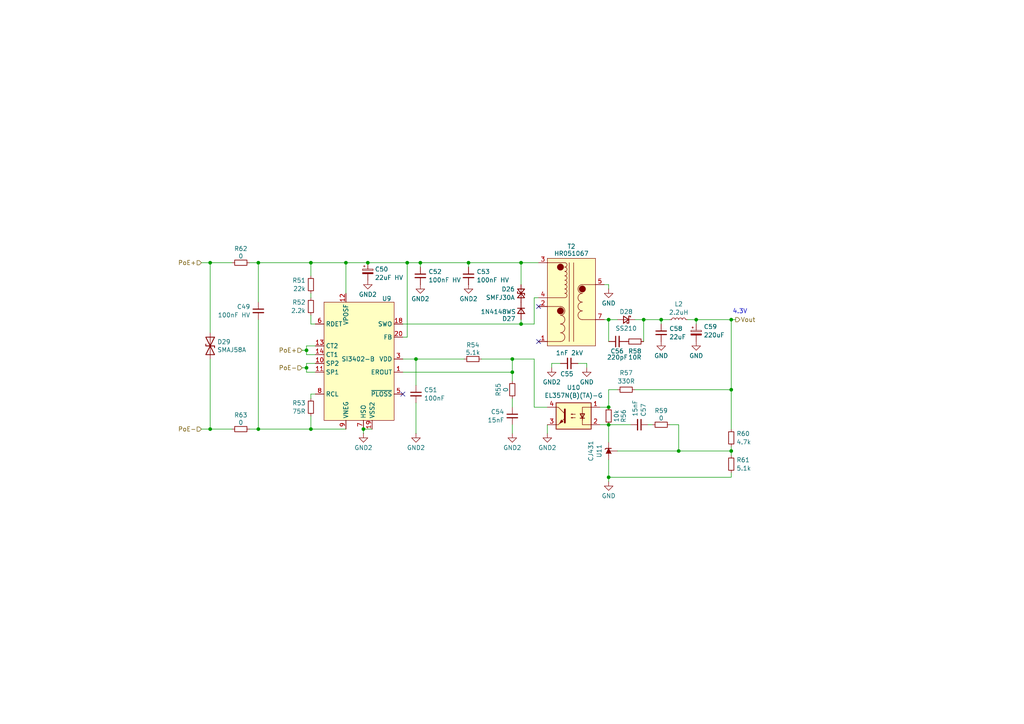
<source format=kicad_sch>
(kicad_sch (version 20231120) (generator "eeschema") (generator_version "8.0")
  (paper "A4")
  (lib_symbols
    (symbol "Device:C_Polarized_Small" (pin_numbers hide) (pin_names (offset 0.254) hide)
      (property "Reference" "C" (at 0.254 1.778 0))
      (property "Value" "C_Polarized_Small" (at 0.254 -2.032 0))
      (symbol "C_Polarized_Small_0_1"
        (rectangle (start -1.524 -0.3048) (end 1.524 -0.6858) (fill (type outline)))
        (rectangle (start -1.524 0.6858) (end 1.524 0.3048))
        (polyline (pts (xy -1.27 1.524) (xy -0.762 1.524)))
        (polyline (pts (xy -1.016 1.27) (xy -1.016 1.778)))
      )
      (symbol "C_Polarized_Small_1_1"
        (pin passive line (at 0 2.54 270) (length 1.8542) (name "~") (number "1"))
        (pin passive line (at 0 -2.54 90) (length 1.8542) (name "~") (number "2"))
      )
    )
    (symbol "Device:C_Small" (pin_numbers hide) (pin_names (offset 0.254) hide)
      (property "Reference" "C" (at 0.254 1.778 0))
      (property "Value" "C_Small" (at 0.254 -2.032 0))
      (symbol "C_Small_0_1"
        (polyline (pts (xy -1.524 -0.508) (xy 1.524 -0.508)) (stroke (width 0.3302)))
        (polyline (pts (xy -1.524 0.508) (xy 1.524 0.508)) (stroke (width 0.3048)))
      )
      (symbol "C_Small_1_1"
        (pin passive line (at 0 2.54 270) (length 2.032) (name "~") (number "1"))
        (pin passive line (at 0 -2.54 90) (length 2.032) (name "~") (number "2"))
      )
    )
    (symbol "Device:D_Schottky_Small" (pin_numbers hide) (pin_names (offset 0.254) hide)
      (property "Reference" "D" (at -1.27 2.032 0))
      (property "Value" "D_Schottky_Small" (at -7.112 -2.032 0))
      (symbol "D_Schottky_Small_0_1"
        (polyline (pts (xy -0.762 0) (xy 0.762 0)))
        (polyline (pts (xy 0.762 -1.016) (xy -0.762 0) (xy 0.762 1.016) (xy 0.762 -1.016)) (stroke (width 0.254)))
        (polyline (pts (xy -1.27 0.762) (xy -1.27 1.016) (xy -0.762 1.016) (xy -0.762 -1.016) (xy -0.254 -1.016) (xy -0.254 -0.762)) (stroke (width 0.254)))
      )
      (symbol "D_Schottky_Small_1_1"
        (pin passive line (at -2.54 0 0) (length 1.778) (name "K") (number "1"))
        (pin passive line (at 2.54 0 180) (length 1.778) (name "A") (number "2"))
      )
    )
    (symbol "Device:D_Small" (pin_numbers hide) (pin_names (offset 0.254) hide)
      (property "Reference" "D" (at -1.27 2.032 0))
      (property "Value" "D_Small" (at -3.81 -2.032 0))
      (symbol "D_Small_0_1"
        (polyline (pts (xy -0.762 -1.016) (xy -0.762 1.016)) (stroke (width 0.254)))
        (polyline (pts (xy -0.762 0) (xy 0.762 0)))
        (polyline (pts (xy 0.762 -1.016) (xy -0.762 0) (xy 0.762 1.016) (xy 0.762 -1.016)) (stroke (width 0.254)))
      )
      (symbol "D_Small_1_1"
        (pin passive line (at -2.54 0 0) (length 1.778) (name "K") (number "1"))
        (pin passive line (at 2.54 0 180) (length 1.778) (name "A") (number "2"))
      )
    )
    (symbol "Device:D_TVS" (pin_numbers hide) (pin_names (offset 1.016) hide)
      (property "Reference" "D" (at 0 2.54 0))
      (property "Value" "D_TVS" (at 0 -2.54 0))
      (symbol "D_TVS_0_1"
        (polyline (pts (xy 1.27 0) (xy -1.27 0)))
        (polyline (pts (xy 0.508 1.27) (xy 0 1.27) (xy 0 -1.27) (xy -0.508 -1.27)) (stroke (width 0.254)))
        (polyline (pts (xy -2.54 1.27) (xy -2.54 -1.27) (xy 2.54 1.27) (xy 2.54 -1.27) (xy -2.54 1.27)) (stroke (width 0.254)))
      )
      (symbol "D_TVS_1_1"
        (pin passive line (at -3.81 0 0) (length 2.54) (name "A1") (number "1"))
        (pin passive line (at 3.81 0 180) (length 2.54) (name "A2") (number "2"))
      )
    )
    (symbol "Device:D_TVS_Small" (pin_numbers hide) (pin_names (offset 1.016) hide)
      (property "Reference" "D" (at 0 2.54 0))
      (property "Value" "D_TVS_Small" (at 0 -2.54 0))
      (symbol "D_TVS_Small_0_1"
        (polyline (pts (xy -1.27 0) (xy 1.27 0)))
        (polyline (pts (xy 0.508 1.016) (xy 0 1.016) (xy 0 -1.016) (xy -0.508 -1.016)) (stroke (width 0.254)))
        (polyline (pts (xy -1.27 1.016) (xy -1.27 -1.016) (xy 1.27 1.016) (xy 1.27 -1.016) (xy -1.27 1.016)) (stroke (width 0.254)))
      )
      (symbol "D_TVS_Small_1_1"
        (pin passive line (at -2.54 0 0) (length 1.27) (name "A1") (number "1"))
        (pin passive line (at 2.54 0 180) (length 1.27) (name "A2") (number "2"))
      )
    )
    (symbol "Device:L_Small" (pin_numbers hide) (pin_names (offset 0.254) hide)
      (property "Reference" "L" (at 0.762 1.016 0))
      (property "Value" "L_Small" (at 0.762 -1.016 0))
      (symbol "L_Small_0_1"
        (arc (start 0 -2.032) (mid 0.5058 -1.524) (end 0 -1.016))
        (arc (start 0 -1.016) (mid 0.5058 -0.508) (end 0 0))
        (arc (start 0 0) (mid 0.5058 0.508) (end 0 1.016))
        (arc (start 0 1.016) (mid 0.5058 1.524) (end 0 2.032))
      )
      (symbol "L_Small_1_1"
        (pin passive line (at 0 2.54 270) (length 0.508) (name "~") (number "1"))
        (pin passive line (at 0 -2.54 90) (length 0.508) (name "~") (number "2"))
      )
    )
    (symbol "Device:R_Small" (pin_numbers hide) (pin_names (offset 0.254) hide)
      (property "Reference" "R" (at 0.762 0.508 0))
      (property "Value" "R_Small" (at 0.762 -1.016 0))
      (symbol "R_Small_0_1"
        (rectangle (start -0.762 1.778) (end 0.762 -1.778) (stroke (width 0.2032)))
      )
      (symbol "R_Small_1_1"
        (pin passive line (at 0 2.54 270) (length 0.762) (name "~") (number "1"))
        (pin passive line (at 0 -2.54 90) (length 0.762) (name "~") (number "2"))
      )
    )
    (symbol "Isolator:SFH617A-1X001" (pin_names (offset 1.016))
      (property "Reference" "U" (at -5.08 5.08 0))
      (property "Value" "SFH617A-1X001" (at 0 5.08 0))
      (symbol "SFH617A-1X001_0_1"
        (rectangle (start -5.08 3.81) (end 5.08 -3.81) (stroke (width 0.254)) (fill (type background)))
        (polyline (pts (xy -3.175 -0.635) (xy -1.905 -0.635)) (stroke (width 0.254)))
        (polyline (pts (xy 2.54 0.635) (xy 4.445 2.54)))
        (polyline (pts (xy 4.445 -2.54) (xy 2.54 -0.635)) (fill (type outline)))
        (polyline (pts (xy 4.445 -2.54) (xy 5.08 -2.54)))
        (polyline (pts (xy 4.445 2.54) (xy 5.08 2.54)))
        (polyline (pts (xy -2.54 -0.635) (xy -2.54 -2.54) (xy -5.08 -2.54)))
        (polyline (pts (xy 2.54 1.905) (xy 2.54 -1.905) (xy 2.54 -1.905)) (stroke (width 0.508)))
        (polyline (pts (xy -5.08 2.54) (xy -2.54 2.54) (xy -2.54 -1.27) (xy -2.54 0.635)))
        (polyline (pts (xy -2.54 -0.635) (xy -3.175 0.635) (xy -1.905 0.635) (xy -2.54 -0.635)) (stroke (width 0.254)))
        (polyline (pts (xy -0.508 -0.508) (xy 0.762 -0.508) (xy 0.381 -0.635) (xy 0.381 -0.381) (xy 0.762 -0.508)))
        (polyline (pts (xy -0.508 0.508) (xy 0.762 0.508) (xy 0.381 0.381) (xy 0.381 0.635) (xy 0.762 0.508)))
        (polyline (pts (xy 3.048 -1.651) (xy 3.556 -1.143) (xy 4.064 -2.159) (xy 3.048 -1.651) (xy 3.048 -1.651)) (fill (type outline)))
      )
      (symbol "SFH617A-1X001_1_1"
        (pin passive line (at -7.62 2.54 0) (length 2.54) (name "~") (number "1"))
        (pin passive line (at -7.62 -2.54 0) (length 2.54) (name "~") (number "2"))
        (pin passive line (at 7.62 -2.54 180) (length 2.54) (name "~") (number "3"))
        (pin passive line (at 7.62 2.54 180) (length 2.54) (name "~") (number "4"))
      )
    )
    (symbol "PoE_Skyworks:Si3402-B"
      (property "Reference" "U" (at 9.398 17.526 0))
      (property "Value" "Si3402-B" (at -0.254 0 0))
      (symbol "Si3402-B_0_0"
        (pin input line (at 12.7 -3.81 180) (length 2.54) (name "EROUT") (number "1"))
        (pin power_in line (at -12.7 -1.27 0) (length 2.54) (name "SP2") (number "10"))
        (pin power_in line (at -12.7 -3.81 0) (length 2.54) (name "SP1") (number "11"))
        (pin power_out line (at -3.81 19.05 270) (length 2.54) (name "VPOSF") (number "12"))
        (pin power_in line (at -12.7 3.81 0) (length 2.54) (name "CT2") (number "13"))
        (pin power_in line (at -12.7 1.27 0) (length 2.54) (name "CT1") (number "14"))
        (pin output line (at 12.7 10.16 180) (length 2.54) (name "SWO") (number "18"))
        (pin power_in line (at 3.81 -20.32 90) (length 2.54) (name "VSS2") (number "19"))
        (pin input line (at 12.7 6.35 180) (length 2.54) (name "FB") (number "20"))
        (pin power_out line (at 12.7 0 180) (length 2.54) (name "VDD") (number "3"))
        (pin input line (at -12.7 10.16 0) (length 2.54) (name "RDET") (number "6"))
        (pin power_out line (at 1.27 -20.32 90) (length 2.54) (name "HSO") (number "7"))
        (pin input line (at -12.7 -10.16 0) (length 2.54) (name "RCL") (number "8"))
        (pin power_out line (at -3.81 -20.32 90) (length 2.54) (name "VNEG") (number "9"))
      )
      (symbol "Si3402-B_1_0"
        (pin power_out line (at -3.81 -20.32 90) (length 2.54) hide (name "VNEG") (number "21"))
        (pin open_collector line (at 12.7 -10.16 180) (length 2.54) (name "~{PLOSS}") (number "5"))
      )
      (symbol "Si3402-B_1_1"
        (rectangle (start -10.16 16.51) (end 10.16 -17.78) (fill (type background)))
      )
    )
    (symbol "Reference_Voltage:CJ432" (pin_numbers hide) (pin_names hide)
      (property "Reference" "U" (at -2.54 2.54 0))
      (property "Value" "CJ432" (at 0 -2.54 0))
      (symbol "CJ432_0_1"
        (polyline (pts (xy -1.27 0) (xy 0 0) (xy 1.27 0)))
        (polyline (pts (xy -0.762 0.762) (xy 0.762 0) (xy -0.762 -0.762)) (fill (type outline)))
        (polyline (pts (xy 0.508 -1.016) (xy 0.762 -0.762) (xy 0.762 0.762) (xy 0.762 0.762)) (stroke (width 0.254)))
      )
      (symbol "CJ432_1_1"
        (pin passive line (at 0 2.54 270) (length 2.54) (name "REF") (number "1"))
        (pin passive line (at 2.54 0 180) (length 1.27) (name "K") (number "2"))
        (pin passive line (at -2.54 0 0) (length 1.27) (name "A") (number "3"))
      )
    )
    (symbol "Transformer_HanRun:HR051067" (pin_names (offset 1.016))
      (property "Reference" "T" (at -1.27 16.51 0))
      (property "Value" "HR051067" (at -1.27 16.51 0))
      (symbol "HR051067_0_1"
        (rectangle (start -7.62 12.7) (end 6.35 -12.7) (fill (type background)))
        (circle (center -3.81 10.16) (radius 0.0001) (stroke (width 0.9906)))
        (arc (start -2.54 1.27) (mid -1.9077 1.905) (end -2.54 2.54))
        (polyline (pts (xy -7.62 1.27) (xy -2.54 1.27)))
        (polyline (pts (xy -2.54 11.43) (xy -7.62 11.43)))
        (polyline (pts (xy -1.27 11.43) (xy -1.27 -11.43)))
        (polyline (pts (xy 0 11.43) (xy 0 -11.43)))
        (polyline (pts (xy 2.54 -5.08) (xy 6.35 -5.08)))
        (polyline (pts (xy 2.54 5.08) (xy 6.35 5.08)))
      )
      (symbol "HR051067_1_1"
        (arc (start -3.81 -11.43) (mid -2.5455 -10.16) (end -3.81 -8.89))
        (arc (start -3.81 -8.89) (mid -2.5455 -7.62) (end -3.81 -6.35))
        (arc (start -3.81 -6.35) (mid -2.5455 -5.08) (end -3.81 -3.81))
        (arc (start -3.81 -3.81) (mid -2.5455 -2.54) (end -3.81 -1.27))
        (circle (center -3.81 -2.54) (radius 0.0001) (stroke (width 0.9906)))
        (arc (start -2.54 2.54) (mid -1.9077 3.175) (end -2.54 3.81))
        (arc (start -2.54 3.81) (mid -1.9077 4.445) (end -2.54 5.08))
        (arc (start -2.54 5.08) (mid -1.9077 5.715) (end -2.54 6.35))
        (arc (start -2.54 6.35) (mid -1.9077 6.985) (end -2.54 7.62))
        (arc (start -2.54 7.62) (mid -1.9077 8.255) (end -2.54 8.89))
        (arc (start -2.54 8.89) (mid -1.9077 9.525) (end -2.54 10.16))
        (arc (start -2.54 10.16) (mid -1.9077 10.795) (end -2.54 11.43))
        (polyline (pts (xy -7.62 -11.43) (xy -3.81 -11.43)))
        (polyline (pts (xy -7.62 -1.27) (xy -3.81 -1.27)))
        (arc (start 2.54 -2.54) (mid 1.2755 -3.81) (end 2.54 -5.08))
        (arc (start 2.54 0) (mid 1.2755 -1.27) (end 2.54 -2.54))
        (arc (start 2.54 2.54) (mid 1.2755 1.27) (end 2.54 0))
        (circle (center 2.54 3.81) (radius 0.0001) (stroke (width 0.9906)))
        (arc (start 2.54 5.08) (mid 1.2755 3.81) (end 2.54 2.54))
        (pin passive line (at -10.16 -11.43 0) (length 2.54) (name "~") (number "1"))
        (pin passive line (at -10.16 -1.27 0) (length 2.54) (name "~") (number "2"))
        (pin passive line (at -10.16 11.43 0) (length 2.54) (name "~") (number "3"))
        (pin passive line (at -10.16 1.27 0) (length 2.54) (name "~") (number "4"))
        (pin passive line (at 8.89 5.08 180) (length 2.54) (name "~") (number "5"))
        (pin passive line (at 8.89 5.08 180) (length 2.54) hide (name "~") (number "6"))
        (pin passive line (at 8.89 -5.08 180) (length 2.54) (name "~") (number "7"))
        (pin passive line (at 8.89 -5.08 180) (length 2.54) hide (name "~") (number "8"))
      )
    )
    (symbol "power:GND" (power) (pin_numbers hide) (pin_names (offset 0) hide)
      (property "Value" "GND" (at 0 -3.81 0))
      (symbol "GND_0_1"
        (polyline (pts (xy 0 0) (xy 0 -1.27) (xy 1.27 -1.27) (xy 0 -2.54) (xy -1.27 -1.27) (xy 0 -1.27)))
      )
      (symbol "GND_1_1"
        (pin power_in line (at 0 0 270) (length 0) (name "~") (number "1"))
      )
    )
    (symbol "power:GND2" (power) (pin_numbers hide) (pin_names (offset 0) hide)
      (property "Value" "GND2" (at 0 -3.81 0))
      (symbol "GND2_0_1"
        (polyline (pts (xy 0 0) (xy 0 -1.27) (xy 1.27 -1.27) (xy 0 -2.54) (xy -1.27 -1.27) (xy 0 -1.27)))
      )
      (symbol "GND2_1_1"
        (pin power_in line (at 0 0 270) (length 0) (name "~") (number "1"))
      )
    )
  )
  (junction (at 135.89 76.2))
  (junction (at 176.53 123.19))
  (junction (at 148.59 104.14))
  (junction (at 176.53 92.71))
  (junction (at 148.59 107.95))
  (junction (at 176.53 138.43))
  (junction (at 196.85 130.81))
  (junction (at 60.96 124.46))
  (junction (at 212.09 92.71))
  (junction (at 120.65 104.14))
  (junction (at 151.13 76.2))
  (junction (at 74.93 76.2))
  (junction (at 74.93 124.46))
  (junction (at 90.17 76.2))
  (junction (at 105.41 124.46))
  (junction (at 100.33 76.2))
  (junction (at 88.9 106.68))
  (junction (at 176.53 118.11))
  (junction (at 212.09 113.03))
  (junction (at 90.17 124.46))
  (junction (at 121.92 76.2))
  (junction (at 212.09 130.81))
  (junction (at 88.9 101.6))
  (junction (at 201.93 92.71))
  (junction (at 186.69 92.71))
  (junction (at 106.68 76.2))
  (junction (at 60.96 76.2))
  (junction (at 151.13 93.98))
  (junction (at 118.11 76.2))
  (junction (at 191.77 92.71))
  (no_connect (at 156.21 88.9))
  (no_connect (at 156.21 99.06))
  (no_connect (at 116.84 114.3))
  (wire (pts (xy 118.11 76.2) (xy 118.11 97.79)))
  (wire (pts (xy 88.9 102.87) (xy 88.9 101.6)))
  (wire (pts (xy 212.09 92.71) (xy 212.09 113.03)))
  (wire (pts (xy 88.9 107.95) (xy 88.9 106.68)))
  (wire (pts (xy 184.15 113.03) (xy 212.09 113.03)))
  (wire (pts (xy 135.89 76.2) (xy 151.13 76.2)))
  (wire (pts (xy 74.93 124.46) (xy 90.17 124.46)))
  (wire (pts (xy 74.93 92.71) (xy 74.93 124.46)))
  (wire (pts (xy 176.53 83.82) (xy 176.53 82.55)))
  (wire (pts (xy 58.42 124.46) (xy 60.96 124.46)))
  (wire (pts (xy 162.56 105.41) (xy 160.02 105.41)))
  (wire (pts (xy 87.63 106.68) (xy 88.9 106.68)))
  (wire (pts (xy 175.26 92.71) (xy 176.53 92.71)))
  (wire (pts (xy 194.31 123.19) (xy 196.85 123.19)))
  (wire (pts (xy 88.9 101.6) (xy 88.9 100.33)))
  (wire (pts (xy 196.85 130.81) (xy 212.09 130.81)))
  (wire (pts (xy 196.85 123.19) (xy 196.85 130.81)))
  (wire (pts (xy 154.94 118.11) (xy 158.75 118.11)))
  (wire (pts (xy 90.17 93.98) (xy 91.44 93.98)))
  (wire (pts (xy 151.13 76.2) (xy 156.21 76.2)))
  (wire (pts (xy 90.17 76.2) (xy 90.17 80.01)))
  (wire (pts (xy 176.53 138.43) (xy 212.09 138.43)))
  (wire (pts (xy 212.09 138.43) (xy 212.09 137.16)))
  (wire (pts (xy 176.53 82.55) (xy 175.26 82.55)))
  (wire (pts (xy 90.17 91.44) (xy 90.17 93.98)))
  (wire (pts (xy 184.15 92.71) (xy 186.69 92.71)))
  (wire (pts (xy 176.53 133.35) (xy 176.53 138.43)))
  (wire (pts (xy 199.39 92.71) (xy 201.93 92.71)))
  (wire (pts (xy 151.13 93.98) (xy 116.84 93.98)))
  (wire (pts (xy 118.11 76.2) (xy 121.92 76.2)))
  (wire (pts (xy 120.65 104.14) (xy 134.62 104.14)))
  (wire (pts (xy 100.33 124.46) (xy 90.17 124.46)))
  (wire (pts (xy 201.93 92.71) (xy 201.93 93.98)))
  (wire (pts (xy 148.59 107.95) (xy 148.59 110.49)))
  (wire (pts (xy 74.93 76.2) (xy 74.93 87.63)))
  (wire (pts (xy 154.94 93.98) (xy 151.13 93.98)))
  (wire (pts (xy 151.13 92.71) (xy 151.13 93.98)))
  (wire (pts (xy 120.65 104.14) (xy 116.84 104.14)))
  (wire (pts (xy 158.75 123.19) (xy 158.75 125.73)))
  (wire (pts (xy 148.59 104.14) (xy 148.59 107.95)))
  (wire (pts (xy 90.17 85.09) (xy 90.17 86.36)))
  (wire (pts (xy 87.63 101.6) (xy 88.9 101.6)))
  (wire (pts (xy 58.42 76.2) (xy 60.96 76.2)))
  (wire (pts (xy 148.59 115.57) (xy 148.59 118.11)))
  (wire (pts (xy 120.65 116.84) (xy 120.65 125.73)))
  (wire (pts (xy 60.96 104.14) (xy 60.96 124.46)))
  (wire (pts (xy 151.13 76.2) (xy 151.13 82.55)))
  (wire (pts (xy 135.89 76.2) (xy 135.89 77.47)))
  (wire (pts (xy 74.93 76.2) (xy 90.17 76.2)))
  (wire (pts (xy 176.53 113.03) (xy 179.07 113.03)))
  (wire (pts (xy 212.09 129.54) (xy 212.09 130.81)))
  (wire (pts (xy 90.17 76.2) (xy 100.33 76.2)))
  (wire (pts (xy 88.9 102.87) (xy 91.44 102.87)))
  (wire (pts (xy 88.9 100.33) (xy 91.44 100.33)))
  (wire (pts (xy 212.09 130.81) (xy 212.09 132.08)))
  (wire (pts (xy 186.69 92.71) (xy 191.77 92.71)))
  (wire (pts (xy 176.53 138.43) (xy 176.53 139.7)))
  (wire (pts (xy 160.02 105.41) (xy 160.02 106.68)))
  (wire (pts (xy 105.41 124.46) (xy 107.95 124.46)))
  (wire (pts (xy 148.59 123.19) (xy 148.59 125.73)))
  (wire (pts (xy 88.9 107.95) (xy 91.44 107.95)))
  (wire (pts (xy 72.39 124.46) (xy 74.93 124.46)))
  (wire (pts (xy 212.09 92.71) (xy 201.93 92.71)))
  (wire (pts (xy 100.33 76.2) (xy 100.33 85.09)))
  (wire (pts (xy 106.68 76.2) (xy 100.33 76.2)))
  (wire (pts (xy 88.9 106.68) (xy 88.9 105.41)))
  (wire (pts (xy 139.7 104.14) (xy 148.59 104.14)))
  (wire (pts (xy 154.94 118.11) (xy 154.94 104.14)))
  (wire (pts (xy 60.96 124.46) (xy 67.31 124.46)))
  (wire (pts (xy 212.09 92.71) (xy 213.36 92.71)))
  (wire (pts (xy 121.92 76.2) (xy 135.89 76.2)))
  (wire (pts (xy 176.53 128.27) (xy 176.53 123.19)))
  (wire (pts (xy 116.84 107.95) (xy 148.59 107.95)))
  (wire (pts (xy 60.96 96.52) (xy 60.96 76.2)))
  (wire (pts (xy 176.53 123.19) (xy 173.99 123.19)))
  (wire (pts (xy 176.53 113.03) (xy 176.53 118.11)))
  (wire (pts (xy 91.44 114.3) (xy 90.17 114.3)))
  (wire (pts (xy 72.39 76.2) (xy 74.93 76.2)))
  (wire (pts (xy 176.53 92.71) (xy 179.07 92.71)))
  (wire (pts (xy 90.17 124.46) (xy 90.17 120.65)))
  (wire (pts (xy 176.53 118.11) (xy 173.99 118.11)))
  (wire (pts (xy 106.68 76.2) (xy 118.11 76.2)))
  (wire (pts (xy 167.64 105.41) (xy 170.18 105.41)))
  (wire (pts (xy 176.53 123.19) (xy 182.88 123.19)))
  (wire (pts (xy 154.94 86.36) (xy 154.94 93.98)))
  (wire (pts (xy 191.77 92.71) (xy 194.31 92.71)))
  (wire (pts (xy 120.65 111.76) (xy 120.65 104.14)))
  (wire (pts (xy 88.9 105.41) (xy 91.44 105.41)))
  (wire (pts (xy 116.84 97.79) (xy 118.11 97.79)))
  (wire (pts (xy 156.21 86.36) (xy 154.94 86.36)))
  (wire (pts (xy 176.53 92.71) (xy 176.53 99.06)))
  (wire (pts (xy 212.09 113.03) (xy 212.09 124.46)))
  (wire (pts (xy 90.17 114.3) (xy 90.17 115.57)))
  (wire (pts (xy 191.77 92.71) (xy 191.77 93.98)))
  (wire (pts (xy 179.07 130.81) (xy 196.85 130.81)))
  (wire (pts (xy 170.18 105.41) (xy 170.18 106.68)))
  (wire (pts (xy 105.41 124.46) (xy 105.41 125.73)))
  (wire (pts (xy 148.59 104.14) (xy 154.94 104.14)))
  (wire (pts (xy 189.23 123.19) (xy 187.96 123.19)))
  (wire (pts (xy 60.96 76.2) (xy 67.31 76.2)))
  (wire (pts (xy 186.69 92.71) (xy 186.69 99.06)))
  (wire (pts (xy 121.92 76.2) (xy 121.92 77.47)))
  (text "4.3V" (at 214.63 90.424 0) (effects (font (size 1.27 1.27))))
  (hierarchical_label "PoE-" (shape input) (at 87.63 106.68 180))
  (hierarchical_label "Vout" (shape output) (at 213.36 92.71 0))
  (hierarchical_label "PoE-" (shape input) (at 58.42 124.46 180))
  (hierarchical_label "PoE+" (shape input) (at 87.63 101.6 180))
  (hierarchical_label "PoE+" (shape input) (at 58.42 76.2 180))
  (symbol (lib_id "Device:R_Small") (at 191.77 123.19 90) (mirror x) (unit 1)
    (property "Reference" "R59" (at 191.77 119.126 90))
    (property "Value" "0" (at 191.77 121.2905 90))
    (property "Footprint" "Resistor_SMD:R_0402_1005Metric" (effects (hide yes)))
    (property "LCSC" "C17168" (effects (hide yes)))
  )
  (symbol (lib_id "power:GND2") (at 158.75 125.73 0) (unit 1)
    (property "Reference" "#PWR0101" (effects (hide yes)))
    (property "Value" "GND2" (at 158.75 129.8631 0))
    (property "Description" "Power symbol creates a global label with name \"GND2\" , ground" (effects (hide yes)))
  )
  (symbol (lib_id "Device:D_Small") (at 151.13 90.17 90) (mirror x) (unit 1)
    (property "Reference" "D27" (at 147.574 92.456 90))
    (property "Value" "1N4148WS" (at 144.526 90.424 90))
    (property "Footprint" "Diode_SMD:D_SOD-323" (effects (hide yes)))
    (property "Description" "Diode, small symbol" (effects (hide yes)))
    (property "Sim.Device" "D" (effects (hide yes)))
    (property "Sim.Pins" "1=K 2=A" (effects (hide yes)))
    (property "LCSC" "C2128" (effects (hide yes)))
  )
  (symbol (lib_id "Device:R_Small") (at 90.17 88.9 0) (mirror x) (unit 1)
    (property "Reference" "R52" (at 88.6714 87.6878 0) (effects (justify right)))
    (property "Value" "2.2k" (at 88.6714 90.1121 0) (effects (justify right)))
    (property "Footprint" "Resistor_SMD:R_0402_1005Metric" (effects (hide yes)))
    (property "Description" "Resistor, small symbol" (effects (hide yes)))
    (property "LCSC" "C25879" (effects (hide yes)))
  )
  (symbol (lib_id "Device:C_Small") (at 179.07 99.06 90) (unit 1)
    (property "Reference" "C56" (at 177.038 101.854 90) (effects (justify right)))
    (property "Value" "220pF" (at 176.022 103.632 90) (effects (justify right)))
    (property "Footprint" "Capacitor_SMD:C_0402_1005Metric" (effects (hide yes)))
    (property "Description" "Unpolarized capacitor, small symbol" (effects (hide yes)))
    (property "LCSC" "C1530" (effects (hide yes)))
  )
  (symbol (lib_id "Device:C_Small") (at 120.65 114.3 0) (mirror y) (unit 1)
    (property "Reference" "C51" (at 122.9741 113.0941 0) (effects (justify right)))
    (property "Value" "100nF" (at 122.9741 115.5184 0) (effects (justify right)))
    (property "Footprint" "Capacitor_SMD:C_0402_1005Metric" (effects (hide yes)))
    (property "Description" "Unpolarized capacitor, small symbol" (effects (hide yes)))
    (property "LCSC" "C1525" (effects (hide yes)))
  )
  (symbol (lib_id "Isolator:SFH617A-1X001") (at 166.37 120.65 0) (mirror y) (unit 1)
    (property "Reference" "U10" (at 166.37 112.395 0))
    (property "Value" "EL357N(B)(TA)-G" (at 166.37 114.7064 0))
    (property "Footprint" "Optocoupler_SMD_AOTE:PC817CS_SMD" (effects (hide yes)))
    (property "Datasheet" "http://www.vishay.com/docs/83740/sfh617a.pdf" (effects (hide yes)))
    (property "LCSC" "C20612591" (effects (hide yes)))
  )
  (symbol (lib_id "power:GND2") (at 106.68 81.28 0) (unit 1)
    (property "Reference" "#PWR096" (effects (hide yes)))
    (property "Value" "GND2" (at 106.68 85.4131 0))
    (property "Description" "Power symbol creates a global label with name \"GND2\" , ground" (effects (hide yes)))
  )
  (symbol (lib_id "power:GND2") (at 120.65 125.73 0) (unit 1)
    (property "Reference" "#PWR097" (effects (hide yes)))
    (property "Value" "GND2" (at 120.65 129.8631 0))
    (property "Description" "Power symbol creates a global label with name \"GND2\" , ground" (effects (hide yes)))
  )
  (symbol (lib_id "Device:R_Small") (at 181.61 113.03 270) (unit 1)
    (property "Reference" "R57" (at 181.61 108.1489 90))
    (property "Value" "330R" (at 181.61 110.5732 90))
    (property "Footprint" "Resistor_SMD:R_0402_1005Metric" (effects (hide yes)))
    (property "Description" "Resistor, small symbol" (effects (hide yes)))
    (property "LCSC" "C25104" (effects (hide yes)))
  )
  (symbol (lib_id "Device:R_Small") (at 212.09 134.62 0) (mirror y) (unit 1)
    (property "Reference" "R61" (at 213.5886 133.4078 0) (effects (justify right)))
    (property "Value" "5.1k" (at 213.5886 135.8321 0) (effects (justify right)))
    (property "Footprint" "Resistor_SMD:R_0402_1005Metric" (effects (hide yes)))
    (property "Description" "Resistor, small symbol" (effects (hide yes)))
    (property "LCSC" "C25905" (effects (hide yes)))
  )
  (symbol (lib_id "Device:C_Small") (at 185.42 123.19 270) (unit 1)
    (property "Reference" "C57" (at 186.6259 120.8659 0) (effects (justify right)))
    (property "Value" "15nF" (at 184.2016 120.8659 0) (effects (justify right)))
    (property "Footprint" "Capacitor_SMD:C_0402_1005Metric" (effects (hide yes)))
    (property "Description" "Unpolarized capacitor, small symbol" (effects (hide yes)))
    (property "LCSC" "C15195" (effects (hide yes)))
  )
  (symbol (lib_id "power:GND") (at 176.53 139.7 0) (unit 1)
    (property "Reference" "#PWR0105" (effects (hide yes)))
    (property "Value" "GND" (at 176.53 143.8331 0))
    (property "Description" "Power symbol creates a global label with name \"GND\" , ground" (effects (hide yes)))
  )
  (symbol (lib_id "Device:R_Small") (at 148.59 113.03 0) (mirror x) (unit 1)
    (property "Reference" "R55" (at 144.526 113.03 90))
    (property "Value" "0" (at 146.6905 113.03 90))
    (property "Footprint" "Resistor_SMD:R_0402_1005Metric" (effects (hide yes)))
    (property "LCSC" "C17168" (effects (hide yes)))
  )
  (symbol (lib_id "Device:D_TVS") (at 60.96 100.33 270) (unit 1)
    (property "Reference" "D29" (at 62.992 99.1616 90) (effects (justify left)))
    (property "Value" "SMAJ58A" (at 62.992 101.473 90) (effects (justify left)))
    (property "Footprint" "Diode_SMD:D_SMA" (effects (hide yes)))
    (property "LCSC" "C2980408" (effects (hide yes)))
  )
  (symbol (lib_id "power:GND2") (at 160.02 106.68 0) (unit 1)
    (property "Reference" "#PWR0102" (effects (hide yes)))
    (property "Value" "GND2" (at 160.02 110.8131 0))
    (property "Description" "Power symbol creates a global label with name \"GND2\" , ground" (effects (hide yes)))
  )
  (symbol (lib_id "power:GND") (at 191.77 99.06 0) (unit 1)
    (property "Reference" "#PWR0106" (effects (hide yes)))
    (property "Value" "GND" (at 191.77 103.1931 0))
    (property "Description" "Power symbol creates a global label with name \"GND\" , ground" (effects (hide yes)))
  )
  (symbol (lib_id "Device:C_Small") (at 165.1 105.41 270) (mirror x) (unit 1)
    (property "Reference" "C55" (at 166.37 108.458 90) (effects (justify right)))
    (property "Value" "1nF 2kV" (at 169.164 102.362 90) (effects (justify right)))
    (property "Footprint" "Capacitor_SMD:C_1206_3216Metric" (effects (hide yes)))
    (property "Description" "Unpolarized capacitor, small symbol" (effects (hide yes)))
    (property "LCSC" "C9196" (effects (hide yes)))
  )
  (symbol (lib_id "Device:R_Small") (at 184.15 99.06 270) (mirror x) (unit 1)
    (property "Reference" "R58" (at 184.15 101.854 90))
    (property "Value" "10R" (at 184.15 103.632 90))
    (property "Footprint" "Resistor_SMD:R_0402_1005Metric" (effects (hide yes)))
    (property "LCSC" "C25077" (effects (hide yes)))
  )
  (symbol (lib_id "Device:C_Small") (at 121.92 80.01 0) (unit 1)
    (property "Reference" "C52" (at 124.2441 78.8041 0) (effects (justify left)))
    (property "Value" "100nF HV" (at 124.2441 81.2284 0) (effects (justify left)))
    (property "Footprint" "Capacitor_SMD:C_0805_2012Metric" (effects (hide yes)))
    (property "Description" "Unpolarized capacitor, small symbol" (effects (hide yes)))
    (property "LCSC" "C28233" (effects (hide yes)))
  )
  (symbol (lib_id "Device:C_Small") (at 191.77 96.52 0) (unit 1)
    (property "Reference" "C58" (at 194.0941 95.3141 0) (effects (justify left)))
    (property "Value" "22uF" (at 194.0941 97.7384 0) (effects (justify left)))
    (property "Footprint" "Capacitor_SMD:C_0805_2012Metric" (effects (hide yes)))
    (property "Description" "Unpolarized capacitor, small symbol" (effects (hide yes)))
    (property "LCSC" "C45783" (effects (hide yes)))
  )
  (symbol (lib_id "Device:D_Schottky_Small") (at 181.61 92.71 0) (mirror y) (unit 1)
    (property "Reference" "D28" (at 181.61 90.424 0))
    (property "Value" "SS210" (at 181.61 95.25 0))
    (property "Footprint" "Diode_SMD:D_SMA" (effects (hide yes)))
    (property "Description" "Schottky diode, small symbol" (effects (hide yes)))
    (property "LCSC" "C14996" (effects (hide yes)))
  )
  (symbol (lib_id "power:GND") (at 201.93 99.06 0) (unit 1)
    (property "Reference" "#PWR0107" (effects (hide yes)))
    (property "Value" "GND" (at 201.93 103.1931 0))
    (property "Description" "Power symbol creates a global label with name \"GND\" , ground" (effects (hide yes)))
  )
  (symbol (lib_id "Reference_Voltage:CJ432") (at 176.53 130.81 270) (mirror x) (unit 1)
    (property "Reference" "U11" (at 173.7939 130.81 0))
    (property "Value" "CJ431" (at 171.3696 130.81 0))
    (property "Footprint" "Package_TO_SOT_SMD:SOT-23" (effects (hide yes)))
    (property "Datasheet" "http://www.cj-elec.com/txUpfile/20134181474991806.pdf" (effects (hide yes)))
    (property "Description" "Shunt Regulator, SOT-23" (effects (hide yes)))
    (property "LCSC" "C3113" (effects (hide yes)))
  )
  (symbol (lib_id "Device:D_TVS_Small") (at 151.13 85.09 90) (unit 1)
    (property "Reference" "D26" (at 149.352 83.8778 90) (effects (justify left)))
    (property "Value" "SMFJ30A" (at 149.352 86.3021 90) (effects (justify left)))
    (property "Footprint" "Diode_SMD:D_SOD-123F" (effects (hide yes)))
    (property "Description" "Bidirectional transient-voltage-suppression diode, small symbol" (effects (hide yes)))
    (property "LCSC" "C151895" (effects (hide yes)))
  )
  (symbol (lib_id "Device:R_Small") (at 90.17 118.11 0) (mirror x) (unit 1)
    (property "Reference" "R53" (at 88.6714 116.8978 0) (effects (justify right)))
    (property "Value" "75R" (at 88.6714 119.3221 0) (effects (justify right)))
    (property "Footprint" "Resistor_SMD:R_0603_1608Metric" (effects (hide yes)))
    (property "Description" "Resistor, small symbol" (effects (hide yes)))
    (property "LCSC" "C23242" (effects (hide yes)))
  )
  (symbol (lib_id "Device:R_Small") (at 176.53 120.65 180) (unit 1)
    (property "Reference" "R56" (at 180.8466 120.65 90))
    (property "Value" "10k" (at 178.7986 120.65 90))
    (property "Footprint" "Resistor_SMD:R_0402_1005Metric" (effects (hide yes)))
    (property "LCSC" "C25744" (effects (hide yes)))
  )
  (symbol (lib_id "PoE_Skyworks:Si3402-B") (at 104.14 104.14 0) (unit 1)
    (property "Reference" "U9" (at 113.538 86.614 0) (effects (justify right)))
    (property "Value" "Si3402-B" (at 103.886 104.14 0))
    (property "Footprint" "QFN_Skyworks:QFN-20-1EP_5x5mm_P0.8mm_EP2.7x2.7mm" (effects (hide yes)))
    (property "Datasheet" "https://www.skyworksinc.com/-/media/Skyworks/SL/documents/public/data-sheets/Si3402-B.pdf" (effects (hide yes)))
    (property "Description" "PoE PD controller and flyback driver" (effects (hide yes)))
    (property "LCSC" "C510771" (effects (hide yes)))
  )
  (symbol (lib_id "power:GND2") (at 148.59 125.73 0) (unit 1)
    (property "Reference" "#PWR0100" (effects (hide yes)))
    (property "Value" "GND2" (at 148.59 129.8631 0))
    (property "Description" "Power symbol creates a global label with name \"GND2\" , ground" (effects (hide yes)))
  )
  (symbol (lib_id "power:GND") (at 170.18 106.68 0) (unit 1)
    (property "Reference" "#PWR0103" (effects (hide yes)))
    (property "Value" "GND" (at 170.18 110.8131 0))
    (property "Description" "Power symbol creates a global label with name \"GND\" , ground" (effects (hide yes)))
  )
  (symbol (lib_id "Transformer_HanRun:HR051067") (at 166.37 87.63 0) (unit 1)
    (property "Reference" "T2" (at 165.735 71.477 0))
    (property "Value" "HR051067" (at 165.735 73.525 0))
    (property "Footprint" "Transformer_HanRun:HR051067" (effects (hide yes)))
    (property "Datasheet" "https://datasheet.lcsc.com/lcsc/1811031131_HANRUN-Zhongshan-HanRun-Elec-HR051067_C93830.pdf" (effects (hide yes)))
    (property "LCSC" "C93830" (effects (hide yes)))
  )
  (symbol (lib_id "power:GND2") (at 121.92 82.55 0) (unit 1)
    (property "Reference" "#PWR098" (effects (hide yes)))
    (property "Value" "GND2" (at 121.92 86.6831 0))
    (property "Description" "Power symbol creates a global label with name \"GND2\" , ground" (effects (hide yes)))
  )
  (symbol (lib_id "Device:C_Polarized_Small") (at 106.68 78.74 0) (unit 1)
    (property "Reference" "C50" (at 108.712 78.0937 0) (effects (justify left)))
    (property "Value" "22uF HV" (at 108.712 80.518 0) (effects (justify left)))
    (property "Footprint" "Capacitor_SMD:CP_Elec_6.3x7.7" (effects (hide yes)))
    (property "Description" "Polarized capacitor, small symbol" (effects (hide yes)))
    (property "LCSC" "C344075" (effects (hide yes)))
  )
  (symbol (lib_id "Device:C_Polarized_Small") (at 201.93 96.52 0) (unit 1)
    (property "Reference" "C59" (at 204.089 94.7617 0) (effects (justify left)))
    (property "Value" "220uF" (at 204.089 97.186 0) (effects (justify left)))
    (property "Footprint" "Capacitor_SMD:CP_Elec_6.3x7.7" (effects (hide yes)))
    (property "Description" "Polarized capacitor, small symbol" (effects (hide yes)))
    (property "LCSC" "C5243829" (effects (hide yes)))
  )
  (symbol (lib_id "Device:R_Small") (at 137.16 104.14 90) (mirror x) (unit 1)
    (property "Reference" "R54" (at 137.16 100.076 90))
    (property "Value" "5.1k" (at 137.16 102.2405 90))
    (property "Footprint" "Resistor_SMD:R_0402_1005Metric" (effects (hide yes)))
    (property "LCSC" "C25905" (effects (hide yes)))
  )
  (symbol (lib_id "Device:C_Small") (at 148.59 120.65 0) (unit 1)
    (property "Reference" "C54" (at 146.2659 119.4441 0) (effects (justify right)))
    (property "Value" "15nF" (at 146.2659 121.8684 0) (effects (justify right)))
    (property "Footprint" "Capacitor_SMD:C_0402_1005Metric" (effects (hide yes)))
    (property "Description" "Unpolarized capacitor, small symbol" (effects (hide yes)))
    (property "LCSC" "C15195" (effects (hide yes)))
  )
  (symbol (lib_id "Device:R_Small") (at 69.85 124.46 90) (mirror x) (unit 1)
    (property "Reference" "R63" (at 69.85 120.396 90))
    (property "Value" "0" (at 69.85 122.5605 90))
    (property "Footprint" "Resistor_SMD:R_0402_1005Metric" (effects (hide yes)))
    (property "LCSC" "C17168" (effects (hide yes)))
  )
  (symbol (lib_id "Device:R_Small") (at 90.17 82.55 0) (mirror x) (unit 1)
    (property "Reference" "R51" (at 88.6714 81.3378 0) (effects (justify right)))
    (property "Value" "22k" (at 88.6714 83.7621 0) (effects (justify right)))
    (property "Footprint" "Resistor_SMD:R_0402_1005Metric" (effects (hide yes)))
    (property "Description" "Resistor, small symbol" (effects (hide yes)))
    (property "LCSC" "C25768" (effects (hide yes)))
  )
  (symbol (lib_id "power:GND") (at 176.53 83.82 0) (unit 1)
    (property "Reference" "#PWR0104" (effects (hide yes)))
    (property "Value" "GND" (at 176.53 87.9531 0))
    (property "Description" "Power symbol creates a global label with name \"GND\" , ground" (effects (hide yes)))
  )
  (symbol (lib_id "Device:C_Small") (at 74.93 90.17 0) (mirror y) (unit 1)
    (property "Reference" "C49" (at 72.6059 88.9641 0) (effects (justify left)))
    (property "Value" "100nF HV" (at 72.6059 91.3884 0) (effects (justify left)))
    (property "Footprint" "Capacitor_SMD:C_0805_2012Metric" (effects (hide yes)))
    (property "Description" "Unpolarized capacitor, small symbol" (effects (hide yes)))
    (property "LCSC" "C28233" (effects (hide yes)))
  )
  (symbol (lib_id "power:GND2") (at 135.89 82.55 0) (unit 1)
    (property "Reference" "#PWR099" (effects (hide yes)))
    (property "Value" "GND2" (at 135.89 86.6831 0))
    (property "Description" "Power symbol creates a global label with name \"GND2\" , ground" (effects (hide yes)))
  )
  (symbol (lib_id "Device:R_Small") (at 212.09 127 0) (mirror y) (unit 1)
    (property "Reference" "R60" (at 213.5886 125.7878 0) (effects (justify right)))
    (property "Value" "4.7k" (at 213.5886 128.2121 0) (effects (justify right)))
    (property "Footprint" "Resistor_SMD:R_0402_1005Metric" (effects (hide yes)))
    (property "Description" "Resistor, small symbol" (effects (hide yes)))
    (property "LCSC" "C25900" (effects (hide yes)))
  )
  (symbol (lib_id "Device:L_Small") (at 196.85 92.71 90) (unit 1)
    (property "Reference" "L2" (at 196.85 88.1867 90))
    (property "Value" "2.2uH" (at 196.85 90.611 90))
    (property "Footprint" "Inductor_SMD:L_1008_2520Metric" (effects (hide yes)))
    (property "Description" "Inductor, small symbol" (effects (hide yes)))
    (property "LCSC" "C964122" (effects (hide yes)))
  )
  (symbol (lib_id "Device:C_Small") (at 135.89 80.01 0) (unit 1)
    (property "Reference" "C53" (at 138.2141 78.8041 0) (effects (justify left)))
    (property "Value" "100nF HV" (at 138.2141 81.2284 0) (effects (justify left)))
    (property "Footprint" "Capacitor_SMD:C_0805_2012Metric" (effects (hide yes)))
    (property "Description" "Unpolarized capacitor, small symbol" (effects (hide yes)))
    (property "LCSC" "C28233" (effects (hide yes)))
  )
  (symbol (lib_id "Device:R_Small") (at 69.85 76.2 90) (mirror x) (unit 1)
    (property "Reference" "R62" (at 69.85 72.136 90))
    (property "Value" "0" (at 69.85 74.3005 90))
    (property "Footprint" "Resistor_SMD:R_0402_1005Metric" (effects (hide yes)))
    (property "LCSC" "C17168" (effects (hide yes)))
  )
  (symbol (lib_id "power:GND2") (at 105.41 125.73 0) (unit 1)
    (property "Reference" "#PWR095" (effects (hide yes)))
    (property "Value" "GND2" (at 105.41 129.8631 0))
    (property "Description" "Power symbol creates a global label with name \"GND2\" , ground" (effects (hide yes)))
  )
)
</source>
